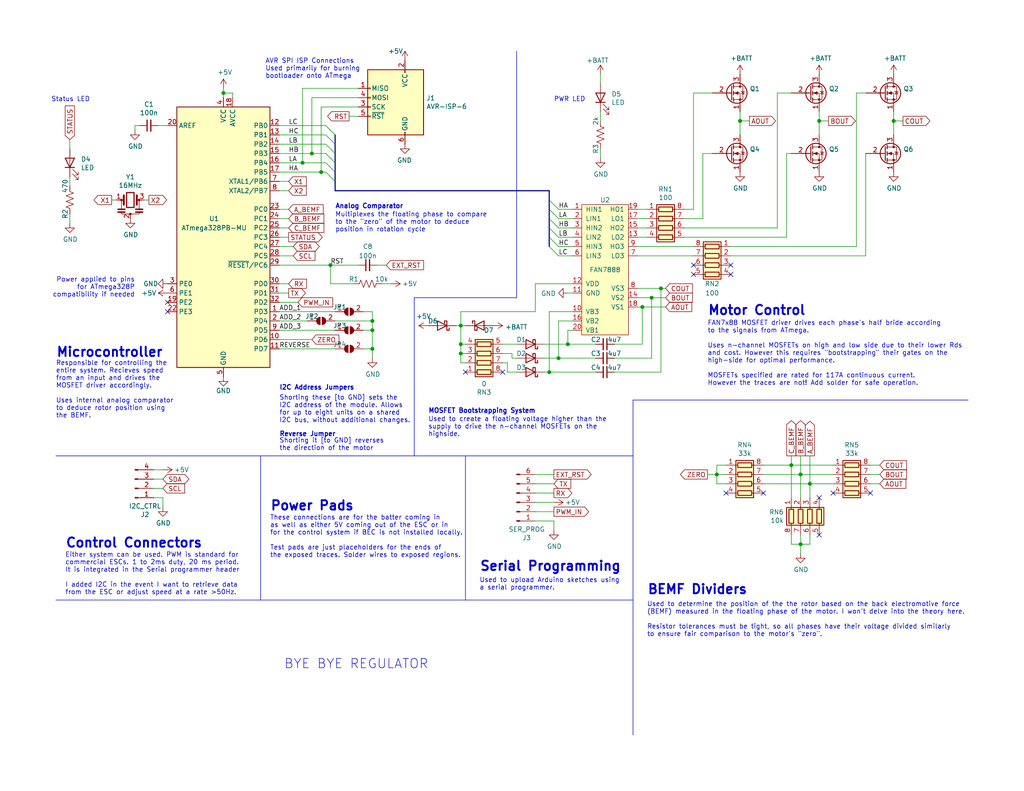
<source format=kicad_sch>
(kicad_sch (version 20230121) (generator eeschema)
  (paper "USLetter")
  (title_block (title "20V 100A BEMF ESC") (date "2020-08-16") (rev "3") (company "Savo Bajic") (comment 2 "System controlled by PWM or I2C") (comment 3 "Designed for input between 10V and 20V, up to 100A") (comment 4 "Arduino Based BEMF Electric Speed Controller for a Brushless Motor"))
  (lib_symbols
    (symbol "Connector:AVR-ISP-6" (pin_names (offset 1.016))
      (property "Reference" "J" (at -6.35 11.43 0))
      (property "Value" "AVR-ISP-6" (at 0 11.43 0))
      (symbol "AVR-ISP-6_0_1"
        (rectangle (start -2.667 -6.858) (end -2.413 -7.62))
        (rectangle (start -2.667 10.16) (end -2.413 9.398))
        (rectangle (start 7.62 -2.413) (end 6.858 -2.667))
        (rectangle (start 7.62 0.127) (end 6.858 -0.127))
        (rectangle (start 7.62 2.667) (end 6.858 2.413))
        (rectangle (start 7.62 5.207) (end 6.858 4.953))
        (rectangle (start 7.62 10.16) (end -7.62 -7.62) (stroke (width 0.254)) (fill (type background)))
      )
      (symbol "AVR-ISP-6_1_1"
        (pin passive line (at 10.16 5.08 180) (length 2.54) (name "MISO") (number "1"))
        (pin passive line (at -2.54 12.7 270) (length 2.54) (name "VCC") (number "2"))
        (pin passive line (at 10.16 0 180) (length 2.54) (name "SCK") (number "3"))
        (pin passive line (at 10.16 2.54 180) (length 2.54) (name "MOSI") (number "4"))
        (pin passive line (at 10.16 -2.54 180) (length 2.54) (name "~{RST}") (number "5"))
        (pin passive line (at -2.54 -10.16 90) (length 2.54) (name "GND") (number "6"))
      )
    )
    (symbol "Connector:Conn_01x04_Pin" (pin_names (offset 1.016) hide)
      (property "Reference" "J" (at 0 5.08 0))
      (property "Value" "Conn_01x04_Pin" (at 0 -7.62 0))
      (symbol "Conn_01x04_Pin_1_1"
        (polyline (pts (xy 1.27 -5.08) (xy 0.8636 -5.08)) (stroke (width 0.1524)))
        (polyline (pts (xy 1.27 -2.54) (xy 0.8636 -2.54)) (stroke (width 0.1524)))
        (polyline (pts (xy 1.27 0) (xy 0.8636 0)) (stroke (width 0.1524)))
        (polyline (pts (xy 1.27 2.54) (xy 0.8636 2.54)) (stroke (width 0.1524)))
        (rectangle (start 0.8636 -4.953) (end 0 -5.207) (stroke (width 0.1524)) (fill (type outline)))
        (rectangle (start 0.8636 -2.413) (end 0 -2.667) (stroke (width 0.1524)) (fill (type outline)))
        (rectangle (start 0.8636 0.127) (end 0 -0.127) (stroke (width 0.1524)) (fill (type outline)))
        (rectangle (start 0.8636 2.667) (end 0 2.413) (stroke (width 0.1524)) (fill (type outline)))
        (pin passive line (at 5.08 2.54 180) (length 3.81) (name "Pin_1") (number "1"))
        (pin passive line (at 5.08 0 180) (length 3.81) (name "Pin_2") (number "2"))
        (pin passive line (at 5.08 -2.54 180) (length 3.81) (name "Pin_3") (number "3"))
        (pin passive line (at 5.08 -5.08 180) (length 3.81) (name "Pin_4") (number "4"))
      )
    )
    (symbol "Connector:Conn_01x06_Pin" (pin_names (offset 1.016) hide)
      (property "Reference" "J" (at 0 7.62 0))
      (property "Value" "Conn_01x06_Pin" (at 0 -10.16 0))
      (symbol "Conn_01x06_Pin_1_1"
        (polyline (pts (xy 1.27 -7.62) (xy 0.8636 -7.62)) (stroke (width 0.1524)))
        (polyline (pts (xy 1.27 -5.08) (xy 0.8636 -5.08)) (stroke (width 0.1524)))
        (polyline (pts (xy 1.27 -2.54) (xy 0.8636 -2.54)) (stroke (width 0.1524)))
        (polyline (pts (xy 1.27 0) (xy 0.8636 0)) (stroke (width 0.1524)))
        (polyline (pts (xy 1.27 2.54) (xy 0.8636 2.54)) (stroke (width 0.1524)))
        (polyline (pts (xy 1.27 5.08) (xy 0.8636 5.08)) (stroke (width 0.1524)))
        (rectangle (start 0.8636 -7.493) (end 0 -7.747) (stroke (width 0.1524)) (fill (type outline)))
        (rectangle (start 0.8636 -4.953) (end 0 -5.207) (stroke (width 0.1524)) (fill (type outline)))
        (rectangle (start 0.8636 -2.413) (end 0 -2.667) (stroke (width 0.1524)) (fill (type outline)))
        (rectangle (start 0.8636 0.127) (end 0 -0.127) (stroke (width 0.1524)) (fill (type outline)))
        (rectangle (start 0.8636 2.667) (end 0 2.413) (stroke (width 0.1524)) (fill (type outline)))
        (rectangle (start 0.8636 5.207) (end 0 4.953) (stroke (width 0.1524)) (fill (type outline)))
        (pin passive line (at 5.08 5.08 180) (length 3.81) (name "Pin_1") (number "1"))
        (pin passive line (at 5.08 2.54 180) (length 3.81) (name "Pin_2") (number "2"))
        (pin passive line (at 5.08 0 180) (length 3.81) (name "Pin_3") (number "3"))
        (pin passive line (at 5.08 -2.54 180) (length 3.81) (name "Pin_4") (number "4"))
        (pin passive line (at 5.08 -5.08 180) (length 3.81) (name "Pin_5") (number "5"))
        (pin passive line (at 5.08 -7.62 180) (length 3.81) (name "Pin_6") (number "6"))
      )
    )
    (symbol "Device:C_Small" (pin_numbers hide) (pin_names (offset 0.254) hide)
      (property "Reference" "C" (at 0.254 1.778 0))
      (property "Value" "C_Small" (at 0.254 -2.032 0))
      (symbol "C_Small_0_1"
        (polyline (pts (xy -1.524 -0.508) (xy 1.524 -0.508)) (stroke (width 0.3302)))
        (polyline (pts (xy -1.524 0.508) (xy 1.524 0.508)) (stroke (width 0.3048)))
      )
      (symbol "C_Small_1_1"
        (pin passive line (at 0 2.54 270) (length 2.032) (name "~") (number "1"))
        (pin passive line (at 0 -2.54 90) (length 2.032) (name "~") (number "2"))
      )
    )
    (symbol "Device:D_Schottky" (pin_numbers hide) (pin_names (offset 1.016) hide)
      (property "Reference" "D" (at 0 2.54 0))
      (property "Value" "D_Schottky" (at 0 -2.54 0))
      (symbol "D_Schottky_0_1"
        (polyline (pts (xy 1.27 0) (xy -1.27 0)))
        (polyline (pts (xy 1.27 1.27) (xy 1.27 -1.27) (xy -1.27 0) (xy 1.27 1.27)) (stroke (width 0.254)))
        (polyline (pts (xy -1.905 0.635) (xy -1.905 1.27) (xy -1.27 1.27) (xy -1.27 -1.27) (xy -0.635 -1.27) (xy -0.635 -0.635)) (stroke (width 0.254)))
      )
      (symbol "D_Schottky_1_1"
        (pin passive line (at -3.81 0 0) (length 2.54) (name "K") (number "1"))
        (pin passive line (at 3.81 0 180) (length 2.54) (name "A") (number "2"))
      )
    )
    (symbol "Device:LED" (pin_numbers hide) (pin_names (offset 1.016) hide)
      (property "Reference" "D" (at 0 2.54 0))
      (property "Value" "LED" (at 0 -2.54 0))
      (symbol "LED_0_1"
        (polyline (pts (xy -1.27 -1.27) (xy -1.27 1.27)) (stroke (width 0.254)))
        (polyline (pts (xy -1.27 0) (xy 1.27 0)))
        (polyline (pts (xy 1.27 -1.27) (xy 1.27 1.27) (xy -1.27 0) (xy 1.27 -1.27)) (stroke (width 0.254)))
        (polyline (pts (xy -3.048 -0.762) (xy -4.572 -2.286) (xy -3.81 -2.286) (xy -4.572 -2.286) (xy -4.572 -1.524)))
        (polyline (pts (xy -1.778 -0.762) (xy -3.302 -2.286) (xy -2.54 -2.286) (xy -3.302 -2.286) (xy -3.302 -1.524)))
      )
      (symbol "LED_1_1"
        (pin passive line (at -3.81 0 0) (length 2.54) (name "K") (number "1"))
        (pin passive line (at 3.81 0 180) (length 2.54) (name "A") (number "2"))
      )
    )
    (symbol "Device:Q_NMOS_SGD" (pin_names (offset 0) hide)
      (property "Reference" "Q" (at 5.08 1.27 0))
      (property "Value" "Q_NMOS_SGD" (at 5.08 -1.27 0))
      (symbol "Q_NMOS_SGD_0_1"
        (polyline (pts (xy 0.254 0) (xy -2.54 0)))
        (polyline (pts (xy 0.254 1.905) (xy 0.254 -1.905)) (stroke (width 0.254)))
        (polyline (pts (xy 0.762 -1.27) (xy 0.762 -2.286)) (stroke (width 0.254)))
        (polyline (pts (xy 0.762 0.508) (xy 0.762 -0.508)) (stroke (width 0.254)))
        (polyline (pts (xy 0.762 2.286) (xy 0.762 1.27)) (stroke (width 0.254)))
        (polyline (pts (xy 2.54 2.54) (xy 2.54 1.778)))
        (polyline (pts (xy 2.54 -2.54) (xy 2.54 0) (xy 0.762 0)))
        (polyline (pts (xy 0.762 -1.778) (xy 3.302 -1.778) (xy 3.302 1.778) (xy 0.762 1.778)))
        (polyline (pts (xy 1.016 0) (xy 2.032 0.381) (xy 2.032 -0.381) (xy 1.016 0)) (fill (type outline)))
        (polyline (pts (xy 2.794 0.508) (xy 2.921 0.381) (xy 3.683 0.381) (xy 3.81 0.254)))
        (polyline (pts (xy 3.302 0.381) (xy 2.921 -0.254) (xy 3.683 -0.254) (xy 3.302 0.381)))
        (circle (center 1.651 0) (radius 2.794) (stroke (width 0.254)))
        (circle (center 2.54 -1.778) (radius 0.254) (fill (type outline)))
        (circle (center 2.54 1.778) (radius 0.254) (fill (type outline)))
      )
      (symbol "Q_NMOS_SGD_1_1"
        (pin passive line (at 2.54 -5.08 90) (length 2.54) (name "S") (number "1"))
        (pin input line (at -5.08 0 0) (length 5.08) (name "G") (number "2"))
        (pin passive line (at 2.54 5.08 270) (length 2.54) (name "D") (number "3"))
      )
    )
    (symbol "Device:R_Pack04" (pin_names (offset 0) hide)
      (property "Reference" "RN" (at -7.62 0 90))
      (property "Value" "R_Pack04" (at 5.08 0 90))
      (symbol "R_Pack04_0_1"
        (rectangle (start -6.35 -2.413) (end 3.81 2.413) (stroke (width 0.254)) (fill (type background)))
        (rectangle (start -5.715 1.905) (end -4.445 -1.905) (stroke (width 0.254)))
        (rectangle (start -3.175 1.905) (end -1.905 -1.905) (stroke (width 0.254)))
        (rectangle (start -0.635 1.905) (end 0.635 -1.905) (stroke (width 0.254)))
        (polyline (pts (xy -5.08 -2.54) (xy -5.08 -1.905)))
        (polyline (pts (xy -5.08 1.905) (xy -5.08 2.54)))
        (polyline (pts (xy -2.54 -2.54) (xy -2.54 -1.905)))
        (polyline (pts (xy -2.54 1.905) (xy -2.54 2.54)))
        (polyline (pts (xy 0 -2.54) (xy 0 -1.905)))
        (polyline (pts (xy 0 1.905) (xy 0 2.54)))
        (polyline (pts (xy 2.54 -2.54) (xy 2.54 -1.905)))
        (polyline (pts (xy 2.54 1.905) (xy 2.54 2.54)))
        (rectangle (start 1.905 1.905) (end 3.175 -1.905) (stroke (width 0.254)))
      )
      (symbol "R_Pack04_1_1"
        (pin passive line (at -5.08 -5.08 90) (length 2.54) (name "R1.1") (number "1"))
        (pin passive line (at -2.54 -5.08 90) (length 2.54) (name "R2.1") (number "2"))
        (pin passive line (at 0 -5.08 90) (length 2.54) (name "R3.1") (number "3"))
        (pin passive line (at 2.54 -5.08 90) (length 2.54) (name "R4.1") (number "4"))
        (pin passive line (at 2.54 5.08 270) (length 2.54) (name "R4.2") (number "5"))
        (pin passive line (at 0 5.08 270) (length 2.54) (name "R3.2") (number "6"))
        (pin passive line (at -2.54 5.08 270) (length 2.54) (name "R2.2") (number "7"))
        (pin passive line (at -5.08 5.08 270) (length 2.54) (name "R1.2") (number "8"))
      )
    )
    (symbol "Device:R_US" (pin_numbers hide) (pin_names (offset 0))
      (property "Reference" "R" (at 2.54 0 90))
      (property "Value" "R_US" (at -2.54 0 90))
      (symbol "R_US_0_1"
        (polyline (pts (xy 0 -2.286) (xy 0 -2.54)))
        (polyline (pts (xy 0 2.286) (xy 0 2.54)))
        (polyline (pts (xy 0 -0.762) (xy 1.016 -1.143) (xy 0 -1.524) (xy -1.016 -1.905) (xy 0 -2.286)))
        (polyline (pts (xy 0 0.762) (xy 1.016 0.381) (xy 0 0) (xy -1.016 -0.381) (xy 0 -0.762)))
        (polyline (pts (xy 0 2.286) (xy 1.016 1.905) (xy 0 1.524) (xy -1.016 1.143) (xy 0 0.762)))
      )
      (symbol "R_US_1_1"
        (pin passive line (at 0 3.81 270) (length 1.27) (name "~") (number "1"))
        (pin passive line (at 0 -3.81 90) (length 1.27) (name "~") (number "2"))
      )
    )
    (symbol "Device:Resonator" (pin_names (offset 1.016) hide)
      (property "Reference" "Y" (at 0 5.715 0))
      (property "Value" "Resonator" (at 0 3.81 0))
      (symbol "Resonator_0_1"
        (rectangle (start -3.429 -3.175) (end -1.397 -3.429) (fill (type outline)))
        (rectangle (start -3.429 -2.413) (end -1.397 -2.667) (fill (type outline)))
        (circle (center -2.413 0) (radius 0.254) (fill (type outline)))
        (rectangle (start -1.016 2.032) (end 1.016 -2.032) (stroke (width 0.3048)))
        (circle (center 0 -3.81) (radius 0.254) (fill (type outline)))
        (polyline (pts (xy -2.413 -2.413) (xy -2.413 0)))
        (polyline (pts (xy -1.905 0) (xy -3.175 0)))
        (polyline (pts (xy -1.778 -1.27) (xy -1.778 1.27)) (stroke (width 0.508)))
        (polyline (pts (xy 1.778 -1.27) (xy 1.778 1.27)) (stroke (width 0.508)))
        (polyline (pts (xy 1.905 0) (xy 2.54 0)))
        (polyline (pts (xy 2.413 0) (xy 2.413 -2.54)))
        (polyline (pts (xy 2.413 -3.302) (xy 2.413 -3.81) (xy -2.413 -3.81) (xy -2.413 -3.302)))
        (rectangle (start 1.397 -3.175) (end 3.429 -3.429) (fill (type outline)))
        (rectangle (start 1.397 -2.413) (end 3.429 -2.667) (fill (type outline)))
        (circle (center 2.413 0) (radius 0.254) (fill (type outline)))
      )
      (symbol "Resonator_1_1"
        (pin passive line (at -3.81 0 0) (length 1.27) (name "1") (number "1"))
        (pin passive line (at 0 -5.08 90) (length 1.27) (name "2") (number "2"))
        (pin passive line (at 3.81 0 180) (length 1.27) (name "3") (number "3"))
      )
    )
    (symbol "Jumper:SolderJumper_2_Open" (pin_names (offset 0) hide)
      (property "Reference" "JP" (at 0 2.032 0))
      (property "Value" "SolderJumper_2_Open" (at 0 -2.54 0))
      (symbol "SolderJumper_2_Open_0_1"
        (arc (start -0.254 1.016) (mid -1.2656 0) (end -0.254 -1.016))
        (arc (start -0.254 1.016) (mid -1.2656 0) (end -0.254 -1.016) (fill (type outline)))
        (polyline (pts (xy -0.254 1.016) (xy -0.254 -1.016)))
        (polyline (pts (xy 0.254 1.016) (xy 0.254 -1.016)))
        (arc (start 0.254 -1.016) (mid 1.2656 0) (end 0.254 1.016))
        (arc (start 0.254 -1.016) (mid 1.2656 0) (end 0.254 1.016) (fill (type outline)))
      )
      (symbol "SolderJumper_2_Open_1_1"
        (pin passive line (at -3.81 0 0) (length 2.54) (name "A") (number "1"))
        (pin passive line (at 3.81 0 180) (length 2.54) (name "B") (number "2"))
      )
    )
    (symbol "MCU_Microchip_ATmega:ATmega328PB-M"
      (property "Reference" "U" (at -12.7 36.83 0))
      (property "Value" "ATmega328PB-M" (at 2.54 -36.83 0))
      (symbol "ATmega328PB-M_0_1"
        (rectangle (start -12.7 -35.56) (end 12.7 35.56) (stroke (width 0.254)) (fill (type background)))
      )
      (symbol "ATmega328PB-M_1_1"
        (pin bidirectional line (at 15.24 -20.32 180) (length 2.54) (name "PD3") (number "1"))
        (pin bidirectional line (at 15.24 -27.94 180) (length 2.54) (name "PD6") (number "10"))
        (pin bidirectional line (at 15.24 -30.48 180) (length 2.54) (name "PD7") (number "11"))
        (pin bidirectional line (at 15.24 30.48 180) (length 2.54) (name "PB0") (number "12"))
        (pin bidirectional line (at 15.24 27.94 180) (length 2.54) (name "PB1") (number "13"))
        (pin bidirectional line (at 15.24 25.4 180) (length 2.54) (name "PB2") (number "14"))
        (pin bidirectional line (at 15.24 22.86 180) (length 2.54) (name "PB3") (number "15"))
        (pin bidirectional line (at 15.24 20.32 180) (length 2.54) (name "PB4") (number "16"))
        (pin bidirectional line (at 15.24 17.78 180) (length 2.54) (name "PB5") (number "17"))
        (pin power_in line (at 2.54 38.1 270) (length 2.54) (name "AVCC") (number "18"))
        (pin bidirectional line (at -15.24 -17.78 0) (length 2.54) (name "PE2") (number "19"))
        (pin bidirectional line (at 15.24 -22.86 180) (length 2.54) (name "PD4") (number "2"))
        (pin passive line (at -15.24 30.48 0) (length 2.54) (name "AREF") (number "20"))
        (pin passive line (at 0 -38.1 90) (length 2.54) hide (name "GND") (number "21"))
        (pin bidirectional line (at -15.24 -20.32 0) (length 2.54) (name "PE3") (number "22"))
        (pin bidirectional line (at 15.24 7.62 180) (length 2.54) (name "PC0") (number "23"))
        (pin bidirectional line (at 15.24 5.08 180) (length 2.54) (name "PC1") (number "24"))
        (pin bidirectional line (at 15.24 2.54 180) (length 2.54) (name "PC2") (number "25"))
        (pin bidirectional line (at 15.24 0 180) (length 2.54) (name "PC3") (number "26"))
        (pin bidirectional line (at 15.24 -2.54 180) (length 2.54) (name "PC4") (number "27"))
        (pin bidirectional line (at 15.24 -5.08 180) (length 2.54) (name "PC5") (number "28"))
        (pin bidirectional line (at 15.24 -7.62 180) (length 2.54) (name "~{RESET}/PC6") (number "29"))
        (pin bidirectional line (at -15.24 -12.7 0) (length 2.54) (name "PE0") (number "3"))
        (pin bidirectional line (at 15.24 -12.7 180) (length 2.54) (name "PD0") (number "30"))
        (pin bidirectional line (at 15.24 -15.24 180) (length 2.54) (name "PD1") (number "31"))
        (pin bidirectional line (at 15.24 -17.78 180) (length 2.54) (name "PD2") (number "32"))
        (pin passive line (at 0 -38.1 90) (length 2.54) hide (name "GND") (number "33"))
        (pin power_in line (at 0 38.1 270) (length 2.54) (name "VCC") (number "4"))
        (pin power_in line (at 0 -38.1 90) (length 2.54) (name "GND") (number "5"))
        (pin bidirectional line (at -15.24 -15.24 0) (length 2.54) (name "PE1") (number "6"))
        (pin bidirectional line (at 15.24 15.24 180) (length 2.54) (name "XTAL1/PB6") (number "7"))
        (pin bidirectional line (at 15.24 12.7 180) (length 2.54) (name "XTAL2/PB7") (number "8"))
        (pin bidirectional line (at 15.24 -25.4 180) (length 2.54) (name "PD5") (number "9"))
      )
    )
    (symbol "esc_parts:FAN7888" (pin_names (offset 1.016))
      (property "Reference" "U2" (at 0 19.05 0))
      (property "Value" "FAN7888" (at 0 0 0))
      (symbol "FAN7888_0_1"
        (rectangle (start -6.35 17.78) (end 6.35 -17.78) (fill (type background)))
      )
      (symbol "FAN7888_1_1"
        (pin input line (at -8.89 16.51 0) (length 2.54) (name "HIN1") (number "1"))
        (pin passive line (at -8.89 -11.43 0) (length 2.54) (name "VB3") (number "10"))
        (pin power_in line (at -8.89 -6.35 0) (length 2.54) (name "GND") (number "11"))
        (pin power_in line (at -8.89 -3.81 0) (length 2.54) (name "VDD") (number "12"))
        (pin output line (at 8.89 8.89 180) (length 2.54) (name "LO2") (number "13"))
        (pin passive line (at 8.89 -7.62 180) (length 2.54) (name "VS2") (number "14"))
        (pin output line (at 8.89 11.43 180) (length 2.54) (name "HO2") (number "15"))
        (pin passive line (at -8.89 -13.97 0) (length 2.54) (name "VB2") (number "16"))
        (pin output line (at 8.89 13.97 180) (length 2.54) (name "LO1") (number "17"))
        (pin passive line (at 8.89 -10.16 180) (length 2.54) (name "VS1") (number "18"))
        (pin output line (at 8.89 16.51 180) (length 2.54) (name "HO1") (number "19"))
        (pin input line (at -8.89 13.97 0) (length 2.54) (name "LIN1") (number "2"))
        (pin passive line (at -8.89 -16.51 0) (length 2.54) (name "VB1") (number "20"))
        (pin input line (at -8.89 11.43 0) (length 2.54) (name "HIN2") (number "3"))
        (pin input line (at -8.89 8.89 0) (length 2.54) (name "LIN2") (number "4"))
        (pin input line (at -8.89 6.35 0) (length 2.54) (name "HIN3") (number "5"))
        (pin input line (at -8.89 3.81 0) (length 2.54) (name "LIN3") (number "6"))
        (pin output line (at 8.89 3.81 180) (length 2.54) (name "LO3") (number "7"))
        (pin passive line (at 8.89 -5.08 180) (length 2.54) (name "VS3") (number "8"))
        (pin output line (at 8.89 6.35 180) (length 2.54) (name "HO3") (number "9"))
      )
    )
    (symbol "power:+5V" (power) (pin_names (offset 0))
      (property "Value" "+5V" (at 0 3.556 0))
      (symbol "+5V_0_1"
        (polyline (pts (xy -0.762 1.27) (xy 0 2.54)))
        (polyline (pts (xy 0 0) (xy 0 2.54)))
        (polyline (pts (xy 0 2.54) (xy 0.762 1.27)))
      )
      (symbol "+5V_1_1"
        (pin power_in line (at 0 0 90) (length 0) hide (name "+5V") (number "1"))
      )
    )
    (symbol "power:+BATT" (power) (pin_names (offset 0))
      (property "Value" "+BATT" (at 0 3.556 0))
      (symbol "+BATT_0_1"
        (polyline (pts (xy -0.762 1.27) (xy 0 2.54)))
        (polyline (pts (xy 0 0) (xy 0 2.54)))
        (polyline (pts (xy 0 2.54) (xy 0.762 1.27)))
      )
      (symbol "+BATT_1_1"
        (pin power_in line (at 0 0 90) (length 0) hide (name "+BATT") (number "1"))
      )
    )
    (symbol "power:GND" (power) (pin_names (offset 0))
      (property "Value" "GND" (at 0 -3.81 0))
      (symbol "GND_0_1"
        (polyline (pts (xy 0 0) (xy 0 -1.27) (xy 1.27 -1.27) (xy 0 -2.54) (xy -1.27 -1.27) (xy 0 -1.27)))
      )
      (symbol "GND_1_1"
        (pin power_in line (at 0 0 270) (length 0) hide (name "GND") (number "1"))
      )
    )
  )
  (junction (at 82.55 44.45))
  (junction (at 101.6 90.17))
  (junction (at 125.73 93.98))
  (junction (at 201.93 33.02))
  (junction (at 154.94 93.98))
  (junction (at 177.8 81.28))
  (junction (at 223.52 33.02))
  (junction (at 175.26 83.82))
  (junction (at 90.17 72.39))
  (junction (at 60.96 25.4))
  (junction (at 180.34 78.74))
  (junction (at 125.73 96.52))
  (junction (at 101.6 95.25))
  (junction (at 215.9 127))
  (junction (at 85.09 41.91))
  (junction (at 243.84 33.02))
  (junction (at 195.58 129.54))
  (junction (at 87.63 46.99))
  (junction (at 152.4 97.79))
  (junction (at 218.44 148.59))
  (junction (at 218.44 129.54))
  (junction (at 101.6 87.63))
  (junction (at 125.73 88.9))
  (junction (at 220.98 132.08))
  (junction (at 149.86 101.6))
  (no_connect (at 189.23 74.93))
  (no_connect (at 223.52 135.89))
  (no_connect (at 45.72 85.09))
  (no_connect (at 198.12 134.62))
  (no_connect (at 227.33 134.62))
  (no_connect (at 127 101.6))
  (no_connect (at 137.16 101.6))
  (no_connect (at 237.49 134.62))
  (no_connect (at 208.28 134.62))
  (no_connect (at 223.52 146.05))
  (no_connect (at 199.39 72.39))
  (no_connect (at 45.72 82.55))
  (no_connect (at 189.23 72.39))
  (no_connect (at 199.39 74.93))
  (bus_entry (at 88.9 46.99) (size 2.54 2.54))
  (bus_entry (at 149.86 62.23) (size 2.54 2.54))
  (bus_entry (at 149.86 54.61) (size 2.54 2.54))
  (bus_entry (at 88.9 34.29) (size 2.54 2.54))
  (bus_entry (at 149.86 64.77) (size 2.54 2.54))
  (bus_entry (at 88.9 41.91) (size 2.54 2.54))
  (bus_entry (at 88.9 36.83) (size 2.54 2.54))
  (bus_entry (at 88.9 44.45) (size 2.54 2.54))
  (bus_entry (at 149.86 59.69) (size 2.54 2.54))
  (bus_entry (at 88.9 39.37) (size 2.54 2.54))
  (bus_entry (at 149.86 67.31) (size 2.54 2.54))
  (bus_entry (at 149.86 57.15) (size 2.54 2.54))
  (wire (pts (xy 19.05 50.8) (xy 19.05 48.26)))
  (wire (pts (xy 208.28 127) (xy 215.9 127)))
  (wire (pts (xy 223.52 33.02) (xy 223.52 36.83)))
  (wire (pts (xy 90.17 77.47) (xy 96.52 77.47)))
  (bus (pts (xy 149.86 52.07) (xy 149.86 54.61)))
  (wire (pts (xy 60.96 24.13) (xy 60.96 25.4)))
  (wire (pts (xy 125.73 93.98) (xy 125.73 88.9)))
  (wire (pts (xy 76.2 85.09) (xy 91.44 85.09)))
  (bus (pts (xy 91.44 44.45) (xy 91.44 46.99)))
  (wire (pts (xy 214.63 64.77) (xy 186.69 64.77)))
  (wire (pts (xy 177.8 81.28) (xy 177.8 97.79)))
  (wire (pts (xy 76.2 69.85) (xy 80.01 69.85)))
  (wire (pts (xy 236.22 69.85) (xy 199.39 69.85)))
  (wire (pts (xy 218.44 124.46) (xy 218.44 129.54)))
  (wire (pts (xy 87.63 46.99) (xy 88.9 46.99)))
  (wire (pts (xy 173.99 67.31) (xy 189.23 67.31)))
  (wire (pts (xy 76.2 82.55) (xy 81.28 82.55)))
  (wire (pts (xy 99.06 90.17) (xy 101.6 90.17)))
  (wire (pts (xy 99.06 95.25) (xy 101.6 95.25)))
  (wire (pts (xy 146.05 129.54) (xy 151.13 129.54)))
  (wire (pts (xy 167.64 101.6) (xy 180.34 101.6)))
  (wire (pts (xy 237.49 129.54) (xy 240.03 129.54)))
  (wire (pts (xy 146.05 134.62) (xy 151.13 134.62)))
  (wire (pts (xy 215.9 148.59) (xy 218.44 148.59)))
  (bus (pts (xy 149.86 64.77) (xy 149.86 67.31)))
  (bus (pts (xy 149.86 59.69) (xy 149.86 62.23)))
  (wire (pts (xy 181.61 78.74) (xy 180.34 78.74)))
  (wire (pts (xy 125.73 96.52) (xy 125.73 99.06)))
  (wire (pts (xy 90.17 77.47) (xy 90.17 72.39)))
  (wire (pts (xy 181.61 83.82) (xy 175.26 83.82)))
  (wire (pts (xy 189.23 69.85) (xy 173.99 69.85)))
  (polyline (pts (xy 140.97 81.28) (xy 140.97 13.97)))
  (wire (pts (xy 177.8 97.79) (xy 167.64 97.79)))
  (bus (pts (xy 91.44 39.37) (xy 91.44 41.91)))
  (wire (pts (xy 198.12 132.08) (xy 195.58 132.08)))
  (wire (pts (xy 76.2 95.25) (xy 91.44 95.25)))
  (wire (pts (xy 152.4 87.63) (xy 156.21 87.63)))
  (wire (pts (xy 236.22 41.91) (xy 236.22 69.85)))
  (wire (pts (xy 201.93 30.48) (xy 201.93 33.02)))
  (wire (pts (xy 60.96 25.4) (xy 60.96 26.67)))
  (wire (pts (xy 218.44 146.05) (xy 218.44 148.59)))
  (wire (pts (xy 63.5 25.4) (xy 63.5 26.67)))
  (wire (pts (xy 125.73 93.98) (xy 127 93.98)))
  (wire (pts (xy 138.43 101.6) (xy 140.97 101.6)))
  (wire (pts (xy 101.6 90.17) (xy 101.6 95.25)))
  (wire (pts (xy 76.2 49.53) (xy 78.74 49.53)))
  (wire (pts (xy 163.83 40.64) (xy 163.83 43.18)))
  (wire (pts (xy 186.69 62.23) (xy 212.09 62.23)))
  (wire (pts (xy 105.41 72.39) (xy 102.87 72.39)))
  (wire (pts (xy 195.58 129.54) (xy 195.58 127)))
  (polyline (pts (xy 113.03 81.28) (xy 113.03 124.46)))
  (wire (pts (xy 85.09 41.91) (xy 88.9 41.91)))
  (bus (pts (xy 149.86 62.23) (xy 149.86 64.77)))
  (wire (pts (xy 226.06 33.02) (xy 223.52 33.02)))
  (wire (pts (xy 146.05 77.47) (xy 156.21 77.47)))
  (wire (pts (xy 215.9 127) (xy 227.33 127)))
  (bus (pts (xy 149.86 54.61) (xy 149.86 57.15)))
  (wire (pts (xy 137.16 99.06) (xy 138.43 99.06)))
  (wire (pts (xy 30.48 54.61) (xy 31.75 54.61)))
  (wire (pts (xy 60.96 25.4) (xy 63.5 25.4)))
  (wire (pts (xy 78.74 62.23) (xy 76.2 62.23)))
  (wire (pts (xy 104.14 77.47) (xy 106.68 77.47)))
  (wire (pts (xy 91.44 87.63) (xy 101.6 87.63)))
  (wire (pts (xy 149.86 101.6) (xy 162.56 101.6)))
  (wire (pts (xy 99.06 85.09) (xy 101.6 85.09)))
  (wire (pts (xy 76.2 64.77) (xy 78.74 64.77)))
  (bus (pts (xy 91.44 49.53) (xy 91.44 52.07)))
  (wire (pts (xy 138.43 99.06) (xy 138.43 101.6)))
  (wire (pts (xy 215.9 146.05) (xy 215.9 148.59)))
  (wire (pts (xy 220.98 132.08) (xy 220.98 135.89)))
  (wire (pts (xy 198.12 129.54) (xy 195.58 129.54)))
  (wire (pts (xy 215.9 41.91) (xy 214.63 41.91)))
  (wire (pts (xy 137.16 93.98) (xy 140.97 93.98)))
  (wire (pts (xy 237.49 127) (xy 240.03 127)))
  (wire (pts (xy 76.2 92.71) (xy 85.09 92.71)))
  (wire (pts (xy 39.37 54.61) (xy 40.64 54.61)))
  (wire (pts (xy 215.9 124.46) (xy 215.9 127)))
  (wire (pts (xy 152.4 67.31) (xy 156.21 67.31)))
  (wire (pts (xy 152.4 97.79) (xy 162.56 97.79)))
  (wire (pts (xy 36.83 34.29) (xy 38.1 34.29)))
  (wire (pts (xy 125.73 93.98) (xy 125.73 96.52)))
  (wire (pts (xy 148.59 101.6) (xy 149.86 101.6)))
  (bus (pts (xy 91.44 36.83) (xy 91.44 39.37)))
  (wire (pts (xy 148.59 97.79) (xy 152.4 97.79)))
  (polyline (pts (xy 127 124.46) (xy 127 163.83)))
  (wire (pts (xy 101.6 87.63) (xy 101.6 90.17)))
  (wire (pts (xy 223.52 30.48) (xy 223.52 33.02)))
  (wire (pts (xy 19.05 38.1) (xy 19.05 40.64)))
  (wire (pts (xy 139.7 96.52) (xy 137.16 96.52)))
  (wire (pts (xy 204.47 33.02) (xy 201.93 33.02)))
  (wire (pts (xy 237.49 132.08) (xy 240.03 132.08)))
  (wire (pts (xy 87.63 29.21) (xy 87.63 46.99)))
  (wire (pts (xy 218.44 148.59) (xy 220.98 148.59)))
  (wire (pts (xy 176.53 59.69) (xy 173.99 59.69)))
  (wire (pts (xy 208.28 132.08) (xy 220.98 132.08)))
  (wire (pts (xy 246.38 33.02) (xy 243.84 33.02)))
  (wire (pts (xy 78.74 52.07) (xy 76.2 52.07)))
  (wire (pts (xy 220.98 124.46) (xy 220.98 132.08)))
  (wire (pts (xy 154.94 90.17) (xy 154.94 93.98)))
  (wire (pts (xy 173.99 62.23) (xy 176.53 62.23)))
  (wire (pts (xy 78.74 57.15) (xy 76.2 57.15)))
  (wire (pts (xy 154.94 93.98) (xy 162.56 93.98)))
  (polyline (pts (xy 15.24 124.46) (xy 172.72 124.46)))
  (wire (pts (xy 36.83 35.56) (xy 36.83 34.29)))
  (wire (pts (xy 85.09 26.67) (xy 97.79 26.67)))
  (wire (pts (xy 220.98 132.08) (xy 227.33 132.08)))
  (wire (pts (xy 127 96.52) (xy 125.73 96.52)))
  (polyline (pts (xy 172.72 109.22) (xy 172.72 200.66)))
  (wire (pts (xy 146.05 85.09) (xy 125.73 85.09)))
  (wire (pts (xy 76.2 67.31) (xy 80.01 67.31)))
  (polyline (pts (xy 15.24 163.83) (xy 172.72 163.83)))
  (wire (pts (xy 76.2 41.91) (xy 85.09 41.91)))
  (wire (pts (xy 189.23 57.15) (xy 189.23 25.4)))
  (wire (pts (xy 146.05 77.47) (xy 146.05 85.09)))
  (wire (pts (xy 85.09 41.91) (xy 85.09 26.67)))
  (wire (pts (xy 44.45 133.35) (xy 41.91 133.35)))
  (wire (pts (xy 76.2 59.69) (xy 78.74 59.69)))
  (wire (pts (xy 173.99 64.77) (xy 176.53 64.77)))
  (polyline (pts (xy 113.03 81.28) (xy 140.97 81.28)))
  (wire (pts (xy 156.21 80.01) (xy 154.94 80.01)))
  (wire (pts (xy 152.4 64.77) (xy 156.21 64.77)))
  (wire (pts (xy 78.74 77.47) (xy 76.2 77.47)))
  (wire (pts (xy 180.34 78.74) (xy 173.99 78.74)))
  (wire (pts (xy 82.55 44.45) (xy 82.55 24.13)))
  (wire (pts (xy 218.44 151.13) (xy 218.44 148.59)))
  (wire (pts (xy 151.13 139.7) (xy 146.05 139.7)))
  (wire (pts (xy 151.13 142.24) (xy 151.13 144.78)))
  (wire (pts (xy 156.21 69.85) (xy 152.4 69.85)))
  (wire (pts (xy 82.55 44.45) (xy 88.9 44.45)))
  (wire (pts (xy 127 99.06) (xy 125.73 99.06)))
  (bus (pts (xy 91.44 41.91) (xy 91.44 44.45)))
  (polyline (pts (xy 71.12 124.46) (xy 71.12 163.83)))
  (wire (pts (xy 76.2 80.01) (xy 78.74 80.01)))
  (wire (pts (xy 43.18 34.29) (xy 45.72 34.29)))
  (wire (pts (xy 76.2 72.39) (xy 90.17 72.39)))
  (wire (pts (xy 193.04 129.54) (xy 195.58 129.54)))
  (wire (pts (xy 140.97 97.79) (xy 139.7 97.79)))
  (wire (pts (xy 194.31 41.91) (xy 191.77 41.91)))
  (wire (pts (xy 41.91 128.27) (xy 44.45 128.27)))
  (wire (pts (xy 125.73 88.9) (xy 124.46 88.9)))
  (wire (pts (xy 156.21 62.23) (xy 152.4 62.23)))
  (wire (pts (xy 87.63 29.21) (xy 97.79 29.21)))
  (wire (pts (xy 154.94 90.17) (xy 156.21 90.17)))
  (wire (pts (xy 227.33 129.54) (xy 218.44 129.54)))
  (wire (pts (xy 180.34 101.6) (xy 180.34 78.74)))
  (wire (pts (xy 149.86 85.09) (xy 156.21 85.09)))
  (wire (pts (xy 44.45 135.89) (xy 44.45 138.43)))
  (wire (pts (xy 233.68 25.4) (xy 236.22 25.4)))
  (wire (pts (xy 146.05 142.24) (xy 151.13 142.24)))
  (wire (pts (xy 199.39 67.31) (xy 233.68 67.31)))
  (wire (pts (xy 125.73 85.09) (xy 125.73 88.9)))
  (wire (pts (xy 167.64 93.98) (xy 175.26 93.98)))
  (wire (pts (xy 173.99 81.28) (xy 177.8 81.28)))
  (polyline (pts (xy 172.72 109.22) (xy 264.16 109.22)))
  (wire (pts (xy 149.86 85.09) (xy 149.86 101.6)))
  (wire (pts (xy 146.05 132.08) (xy 151.13 132.08)))
  (wire (pts (xy 233.68 67.31) (xy 233.68 25.4)))
  (wire (pts (xy 195.58 132.08) (xy 195.58 129.54)))
  (wire (pts (xy 163.83 30.48) (xy 163.83 33.02)))
  (wire (pts (xy 19.05 60.96) (xy 19.05 58.42)))
  (bus (pts (xy 91.44 52.07) (xy 149.86 52.07)))
  (wire (pts (xy 76.2 44.45) (xy 82.55 44.45)))
  (wire (pts (xy 82.55 24.13) (xy 97.79 24.13)))
  (wire (pts (xy 186.69 57.15) (xy 189.23 57.15)))
  (wire (pts (xy 76.2 87.63) (xy 83.82 87.63)))
  (wire (pts (xy 101.6 95.25) (xy 101.6 97.79)))
  (wire (pts (xy 215.9 135.89) (xy 215.9 127)))
  (wire (pts (xy 152.4 59.69) (xy 156.21 59.69)))
  (wire (pts (xy 191.77 59.69) (xy 186.69 59.69)))
  (wire (pts (xy 243.84 33.02) (xy 243.84 36.83)))
  (wire (pts (xy 175.26 93.98) (xy 175.26 83.82)))
  (wire (pts (xy 191.77 41.91) (xy 191.77 59.69)))
  (wire (pts (xy 41.91 130.81) (xy 44.45 130.81)))
  (wire (pts (xy 189.23 25.4) (xy 194.31 25.4)))
  (wire (pts (xy 148.59 93.98) (xy 154.94 93.98)))
  (wire (pts (xy 76.2 46.99) (xy 87.63 46.99)))
  (wire (pts (xy 212.09 62.23) (xy 212.09 25.4)))
  (wire (pts (xy 97.79 31.75) (xy 95.25 31.75)))
  (wire (pts (xy 214.63 41.91) (xy 214.63 64.77)))
  (wire (pts (xy 218.44 129.54) (xy 218.44 135.89)))
  (wire (pts (xy 220.98 148.59) (xy 220.98 146.05)))
  (wire (pts (xy 212.09 25.4) (xy 215.9 25.4)))
  (wire (pts (xy 195.58 127) (xy 198.12 127)))
  (wire (pts (xy 76.2 36.83) (xy 88.9 36.83)))
  (wire (pts (xy 76.2 39.37) (xy 88.9 39.37)))
  (bus (pts (xy 149.86 57.15) (xy 149.86 59.69)))
  (wire (pts (xy 139.7 97.79) (xy 139.7 96.52)))
  (wire (pts (xy 101.6 85.09) (xy 101.6 87.63)))
  (wire (pts (xy 152.4 87.63) (xy 152.4 97.79)))
  (wire (pts (xy 41.91 135.89) (xy 44.45 135.89)))
  (bus (pts (xy 91.44 46.99) (xy 91.44 49.53)))
  (wire (pts (xy 152.4 57.15) (xy 156.21 57.15)))
  (wire (pts (xy 243.84 30.48) (xy 243.84 33.02)))
  (wire (pts (xy 146.05 137.16) (xy 151.13 137.16)))
  (wire (pts (xy 181.61 81.28) (xy 177.8 81.28)))
  (wire (pts (xy 201.93 33.02) (xy 201.93 36.83)))
  (wire (pts (xy 163.83 22.86) (xy 163.83 20.32)))
  (wire (pts (xy 76.2 34.29) (xy 88.9 34.29)))
  (wire (pts (xy 175.26 83.82) (xy 173.99 83.82)))
  (wire (pts (xy 218.44 129.54) (xy 208.28 129.54)))
  (wire (pts (xy 173.99 57.15) (xy 176.53 57.15)))
  (wire (pts (xy 90.17 72.39) (xy 97.79 72.39)))
  (wire (pts (xy 125.73 88.9) (xy 127 88.9)))
  (wire (pts (xy 76.2 90.17) (xy 91.44 90.17)))
  (text "Power Pads" (at 73.66 139.7 0) (effects (font (size 2.54 2.54) (thickness 0.508) bold) (justify left bottom)))
  (text "Serial Programming" (at 130.81 156.21 0) (effects (font (size 2.54 2.54) (thickness 0.508) bold) (justify left bottom)))
  (text "BYE BYE REGULATOR" (at 77.47 182.88 0) (effects (font (size 2.54 2.54)) (justify left bottom)))
  (text "BEMF Dividers" (at 176.53 162.56 0) (effects (font (size 2.54 2.54) (thickness 0.508) bold) (justify left bottom)))
  (text "PWR LED" (at 151.13 27.94 0) (effects (font (size 1.27 1.27)) (justify left bottom)))
  (text "Analog Comparator" (at 91.44 57.15 0) (effects (font (size 1.27 1.27) (thickness 0.254) bold) (justify left bottom)))
  (text "Used to determine the position of the the rotor based on the back electromotive force\n(BEMF) measured in the floating phase of the motor. I won't delve into the theory here.\n\nResistor tolerances must be tight, so all phases have their voltage divided similarly\nto ensure fair comparison to the motor's \"zero\"." (at 176.53 173.99 0) (effects (font (size 1.27 1.27)) (justify left bottom)))
  (text "Motor Control" (at 193.04 86.36 0) (effects (font (size 2.54 2.54) (thickness 0.508) bold) (justify left bottom)))
  (text "MOSFET Bootstrapping System" (at 116.84 113.03 0) (effects (font (size 1.27 1.27) (thickness 0.254) bold) (justify left bottom)))
  (text "Shorting it [to GND] reverses\nthe direction of the motor" (at 76.2 123.19 0) (effects (font (size 1.27 1.27)) (justify left bottom)))
  (text "Control Connectors" (at 17.78 149.86 0) (effects (font (size 2.54 2.54) (thickness 0.508) bold) (justify left bottom)))
  (text "Shorting these [to GND] sets the\nI2C address of the module. Allows\nfor up to eight units on a shared\nI2C bus, without additional changes." (at 76.2 115.57 0) (effects (font (size 1.27 1.27)) (justify left bottom)))
  (text "Used to upload Arduino sketches using\na serial programmer." (at 130.81 161.29 0) (effects (font (size 1.27 1.27)) (justify left bottom)))
  (text "Status LED" (at 13.97 27.94 0) (effects (font (size 1.27 1.27)) (justify left bottom)))
  (text "Reverse Jumper" (at 76.2 119.38 0) (effects (font (size 1.27 1.27) (thickness 0.254) bold) (justify left bottom)))
  (text "I2C Address Jumpers" (at 76.2 106.68 0) (effects (font (size 1.27 1.27) (thickness 0.254) bold) (justify left bottom)))
  (text "Used to create a floating voltage higher than the\nsupply to drive the n-channel MOSFETs on the\nhighside." (at 116.84 119.38 0) (effects (font (size 1.27 1.27)) (justify left bottom)))
  (text "FAN7x88 MOSFET driver drives each phase's half bride according\nto the signals from ATmega.\n\nUses n-channel MOSFETs on high and low side due to their lower Rds\nand cost. However this requires \"bootstrapping\" their gates on the \nhigh-side for optimal performance.\n\nMOSFETs specified are rated for 117A continuous current.\nHowever the traces are not! Add solder for safe operation." (at 193.04 105.41 0) (effects (font (size 1.27 1.27)) (justify left bottom)))
  (text "AVR SPI ISP Connections\nUsed primarily for burning\nbootloader onto ATmega" (at 72.39 21.59 0) (effects (font (size 1.27 1.27)) (justify left bottom)))
  (text "Microcontroller" (at 15.24 97.79 0) (effects (font (size 2.54 2.54) (thickness 0.508) bold) (justify left bottom)))
  (text "Multiplexes the floating phase to compare\nto the \"zero\" of the motor to deduce\nposition in rotation cycle" (at 91.44 63.5 0) (effects (font (size 1.27 1.27)) (justify left bottom)))
  (text "Either system can be used. PWM is standard for\ncommercial ESCs. 1 to 2ms duty, 20 ms period.\nIt is integrated in the Serial programmer header\n\nI added I2C in the event I want to retrieve data\nfrom the ESC or adjust speed at a rate >50Hz." (at 17.78 162.56 0) (effects (font (size 1.27 1.27)) (justify left bottom)))
  (text "These connections are for the batter coming in\nas well as either 5V coming out of the ESC or in\nfor the control system if BEC is not installed locally.\n\nTest pads are just placeholders for the ends of \nthe exposed traces. Solder wires to exposed regions." (at 73.66 152.4 0) (effects (font (size 1.27 1.27)) (justify left bottom)))
  (text "Power applied to pins\nfor ATmega328P\ncompatibility if needed" (at 36.83 81.28 0) (effects (font (size 1.27 1.27)) (justify right bottom)))
  (text "Responsible for controlling the\nentire system. Recieves speed\nfrom an input and drives the\nMOSFET driver accordingly.\n\nUses internal analog comparator\nto deduce rotor position using\nthe BEMF." (at 15.24 114.3 0) (effects (font (size 1.27 1.27)) (justify left bottom)))
  (label "ADD_1" (at 76.2 85.09 0))
  (label "HB" (at 78.74 41.91 0))
  (label "ADD_3" (at 76.2 90.17 0))
  (label "ADD_2" (at 76.2 87.63 0))
  (label "HC" (at 78.74 36.83 0))
  (label "HA" (at 78.74 46.99 0))
  (label "LA" (at 78.74 44.45 0))
  (label "REVERSE" (at 76.2 95.25 0))
  (label "HC" (at 152.4 67.31 0))
  (label "HA" (at 152.4 57.15 0))
  (label "LC" (at 78.74 34.29 0))
  (label "LC" (at 152.4 69.85 0))
  (label "LB" (at 78.74 39.37 0))
  (label "LA" (at 152.4 59.69 0))
  (label "HB" (at 152.4 62.23 0))
  (label "LB" (at 152.4 64.77 0))
  (label "RST" (at 90.17 72.39 0))
  (global_label "ZERO" (shape output) (at 193.04 129.54 180) (property "Intersheetrefs" "${INTERSHEET_REFS}" (effects hide)))
  (global_label "EXT_RST" (shape output) (at 151.13 129.54 0) (property "Intersheetrefs" "${INTERSHEET_REFS}" (effects hide)))
  (global_label "RX" (shape input) (at 78.74 77.47 0) (property "Intersheetrefs" "${INTERSHEET_REFS}" (effects hide)))
  (global_label "AOUT" (shape input) (at 181.61 83.82 0) (property "Intersheetrefs" "${INTERSHEET_REFS}" (effects hide)))
  (global_label "B_BEMF" (shape input) (at 78.74 59.69 0) (property "Intersheetrefs" "${INTERSHEET_REFS}" (effects hide)))
  (global_label "X1" (shape input) (at 78.74 49.53 0) (property "Intersheetrefs" "${INTERSHEET_REFS}" (effects hide)))
  (global_label "C_BEMF" (shape output) (at 215.9 124.46 90) (property "Intersheetrefs" "${INTERSHEET_REFS}" (effects hide)))
  (global_label "C_BEMF" (shape input) (at 78.74 62.23 0) (property "Intersheetrefs" "${INTERSHEET_REFS}" (effects hide)))
  (global_label "AOUT" (shape input) (at 240.03 132.08 0) (property "Intersheetrefs" "${INTERSHEET_REFS}" (effects hide)))
  (global_label "COUT" (shape input) (at 181.61 78.74 0) (property "Intersheetrefs" "${INTERSHEET_REFS}" (effects hide)))
  (global_label "ZERO" (shape input) (at 85.09 92.71 0) (property "Intersheetrefs" "${INTERSHEET_REFS}" (effects hide)))
  (global_label "COUT" (shape input) (at 240.03 127 0) (property "Intersheetrefs" "${INTERSHEET_REFS}" (effects hide)))
  (global_label "X2" (shape input) (at 78.74 52.07 0) (property "Intersheetrefs" "${INTERSHEET_REFS}" (effects hide)))
  (global_label "BOUT" (shape output) (at 226.06 33.02 0) (property "Intersheetrefs" "${INTERSHEET_REFS}" (effects hide)))
  (global_label "BOUT" (shape input) (at 181.61 81.28 0) (property "Intersheetrefs" "${INTERSHEET_REFS}" (effects hide)))
  (global_label "B_BEMF" (shape output) (at 218.44 124.46 90) (property "Intersheetrefs" "${INTERSHEET_REFS}" (effects hide)))
  (global_label "TX" (shape output) (at 78.74 80.01 0) (property "Intersheetrefs" "${INTERSHEET_REFS}" (effects hide)))
  (global_label "RX" (shape output) (at 151.13 134.62 0) (property "Intersheetrefs" "${INTERSHEET_REFS}" (effects hide)))
  (global_label "X1" (shape output) (at 30.48 54.61 180) (property "Intersheetrefs" "${INTERSHEET_REFS}" (effects hide)))
  (global_label "STATUS" (shape output) (at 78.74 64.77 0) (property "Intersheetrefs" "${INTERSHEET_REFS}" (effects hide)))
  (global_label "TX" (shape input) (at 151.13 132.08 0) (property "Intersheetrefs" "${INTERSHEET_REFS}" (effects hide)))
  (global_label "A_BEMF" (shape input) (at 78.74 57.15 0) (property "Intersheetrefs" "${INTERSHEET_REFS}" (effects hide)))
  (global_label "PWM_IN" (shape output) (at 151.13 139.7 0) (property "Intersheetrefs" "${INTERSHEET_REFS}" (effects hide)))
  (global_label "STATUS" (shape input) (at 19.05 38.1 90) (property "Intersheetrefs" "${INTERSHEET_REFS}" (effects hide)))
  (global_label "RST" (shape output) (at 95.25 31.75 180) (property "Intersheetrefs" "${INTERSHEET_REFS}" (effects hide)))
  (global_label "SCL" (shape input) (at 44.45 133.35 0) (property "Intersheetrefs" "${INTERSHEET_REFS}" (effects hide)))
  (global_label "EXT_RST" (shape input) (at 105.41 72.39 0) (property "Intersheetrefs" "${INTERSHEET_REFS}" (effects hide)))
  (global_label "BOUT" (shape input) (at 240.03 129.54 0) (property "Intersheetrefs" "${INTERSHEET_REFS}" (effects hide)))
  (global_label "SDA" (shape bidirectional) (at 44.45 130.81 0) (property "Intersheetrefs" "${INTERSHEET_REFS}" (effects hide)))
  (global_label "A_BEMF" (shape output) (at 220.98 124.46 90) (property "Intersheetrefs" "${INTERSHEET_REFS}" (effects hide)))
  (global_label "SDA" (shape bidirectional) (at 80.01 67.31 0) (property "Intersheetrefs" "${INTERSHEET_REFS}" (effects hide)))
  (global_label "PWM_IN" (shape input) (at 81.28 82.55 0) (property "Intersheetrefs" "${INTERSHEET_REFS}" (effects hide)))
  (global_label "X2" (shape output) (at 40.64 54.61 0) (property "Intersheetrefs" "${INTERSHEET_REFS}" (effects hide)))
  (global_label "SCL" (shape input) (at 80.01 69.85 0) (property "Intersheetrefs" "${INTERSHEET_REFS}" (effects hide)))
  (global_label "AOUT" (shape output) (at 204.47 33.02 0) (property "Intersheetrefs" "${INTERSHEET_REFS}" (effects hide)))
  (global_label "COUT" (shape output) (at 246.38 33.02 0) (property "Intersheetrefs" "${INTERSHEET_REFS}" (effects hide)))
  (symbol (lib_id "power:GND") (at 60.96 102.87 0) (unit 1)
    (property "Reference" "#PWR015" (effects hide))
    (property "Value" "GND" (at 60.96 106.68 0))
  )
  (symbol (lib_id "Device:Q_NMOS_SGD") (at 199.39 25.4 0) (unit 1)
    (property "Reference" "Q1" (at 204.5716 24.2316 0) (effects (justify left)))
    (property "Value" "Q_NMOS_SGD" (effects hide))
    (property "Footprint" "esc:TPN2R903PLL1Q" (effects hide))
  )
  (symbol (lib_id "Device:Q_NMOS_SGD") (at 199.39 41.91 0) (unit 1)
    (property "Reference" "Q4" (at 204.5716 40.7416 0) (effects (justify left)))
    (property "Value" "Q_NMOS_SGD" (effects hide))
    (property "Footprint" "esc:TPN2R903PLL1Q" (effects hide))
  )
  (symbol (lib_id "power:+5V") (at 60.96 24.13 0) (unit 1)
    (property "Reference" "#PWR04" (effects hide))
    (property "Value" "+5V" (at 61.341 19.7358 0))
  )
  (symbol (lib_id "Device:Resonator") (at 35.56 54.61 0) (unit 1)
    (property "Reference" "Y1" (at 35.56 48.3108 0))
    (property "Value" "16MHz" (at 35.56 50.6222 0))
    (property "Footprint" "Crystal:Resonator_SMD_muRata_CSTxExxV-3Pin_3.0x1.1mm" (effects hide))
  )
  (symbol (lib_id "esc_parts:FAN7888") (at 165.1 73.66 0) (unit 1)
    (property "Reference" "U2" (at 165.1 54.61 0))
    (property "Value" "FAN7888" (at 165.1 73.66 0))
    (property "Footprint" "Package_SO:SOIC-20W_7.5x12.8mm_P1.27mm" (effects hide))
    (property "Datasheet" "https://www.onsemi.com/pdf/datasheet/fan7888-d.pdf" (effects hide))
  )
  (symbol (lib_id "Device:R_Pack04") (at 181.61 62.23 270) (unit 1)
    (property "Reference" "RN1" (at 181.61 51.6382 90))
    (property "Value" "100" (at 181.61 53.9496 90))
    (property "Footprint" "Resistor_SMD:R_Array_Convex_4x0402" (effects hide))
  )
  (symbol (lib_id "Device:R_Pack04") (at 194.31 72.39 90) (mirror x) (unit 1)
    (property "Reference" "RN2" (at 194.31 77.47 90))
    (property "Value" "100" (at 194.31 80.01 90))
    (property "Footprint" "Resistor_SMD:R_Array_Convex_4x0402" (effects hide))
  )
  (symbol (lib_id "Device:R_Pack04") (at 132.08 96.52 270) (mirror x) (unit 1)
    (property "Reference" "RN3" (at 132.08 107.1118 90))
    (property "Value" "0" (at 132.08 104.8004 90))
    (property "Footprint" "Resistor_SMD:R_Array_Convex_4x0402" (effects hide))
  )
  (symbol (lib_id "Device:R_Pack04") (at 203.2 132.08 270) (unit 1)
    (property "Reference" "RN4" (at 203.2 121.4882 90))
    (property "Value" "33k" (at 203.2 123.7996 90))
    (property "Footprint" "Resistor_SMD:R_Array_Convex_4x0402" (effects hide))
  )
  (symbol (lib_id "Device:R_Pack04") (at 232.41 132.08 270) (unit 1)
    (property "Reference" "RN5" (at 232.41 121.4882 90))
    (property "Value" "33k" (at 232.41 123.7996 90))
    (property "Footprint" "Resistor_SMD:R_Array_Convex_4x0402" (effects hide))
  )
  (symbol (lib_id "Device:R_Pack04") (at 220.98 140.97 0) (mirror x) (unit 1)
    (property "Reference" "RN6" (at 213.868 139.8016 0) (effects (justify right)))
    (property "Value" "10k" (at 213.868 142.113 0) (effects (justify right)))
    (property "Footprint" "Resistor_SMD:R_Array_Convex_4x0402" (effects hide))
  )
  (symbol (lib_id "Device:D_Schottky") (at 144.78 93.98 180) (unit 1)
    (property "Reference" "D1" (at 142.24 92.71 0))
    (property "Value" "0v8" (effects hide))
    (property "Footprint" "Diode_SMD:D_SOD-323" (effects hide))
  )
  (symbol (lib_id "Device:D_Schottky") (at 144.78 97.79 180) (unit 1)
    (property "Reference" "D2" (at 142.24 96.52 0))
    (property "Value" "0v8" (effects hide))
    (property "Footprint" "Diode_SMD:D_SOD-323" (effects hide))
  )
  (symbol (lib_id "Device:D_Schottky") (at 144.78 101.6 180) (unit 1)
    (property "Reference" "D3" (at 142.24 100.33 0))
    (property "Value" "0v8" (effects hide))
    (property "Footprint" "Diode_SMD:D_SOD-323" (effects hide))
  )
  (symbol (lib_id "power:GND") (at 218.44 151.13 0) (unit 1)
    (property "Reference" "#PWR018" (effects hide))
    (property "Value" "GND" (at 218.567 155.5242 0))
  )
  (symbol (lib_id "Device:R_US") (at 100.33 77.47 270) (unit 1)
    (property "Reference" "R1" (at 96.52 76.2 90))
    (property "Value" "10k" (at 104.14 76.2 90))
    (property "Footprint" "Resistor_SMD:R_0402_1005Metric" (effects hide))
  )
  (symbol (lib_id "Device:C_Small") (at 165.1 93.98 270) (unit 1)
    (property "Reference" "C2" (at 162.56 92.71 90))
    (property "Value" "4u7" (at 167.64 92.71 90))
    (property "Footprint" "Capacitor_SMD:C_0805_2012Metric" (effects hide))
  )
  (symbol (lib_id "Device:C_Small") (at 165.1 97.79 270) (unit 1)
    (property "Reference" "C3" (at 162.56 96.52 90))
    (property "Value" "4u7" (at 167.64 96.52 90))
    (property "Footprint" "Capacitor_SMD:C_0805_2012Metric" (effects hide))
  )
  (symbol (lib_id "Device:C_Small") (at 165.1 101.6 270) (unit 1)
    (property "Reference" "C4" (at 162.56 100.33 90))
    (property "Value" "4u7" (at 167.64 100.33 90))
    (property "Footprint" "Capacitor_SMD:C_0805_2012Metric" (effects hide))
  )
  (symbol (lib_id "power:GND") (at 154.94 80.01 270) (unit 1)
    (property "Reference" "#PWR012" (effects hide))
    (property "Value" "GND" (at 151.6888 80.137 90) (effects (justify right)))
  )
  (symbol (lib_id "power:GND") (at 201.93 46.99 0) (unit 1)
    (property "Reference" "#PWR06" (effects hide))
    (property "Value" "GND" (at 202.057 51.3842 0))
  )
  (symbol (lib_id "power:GND") (at 223.52 46.99 0) (unit 1)
    (property "Reference" "#PWR07" (effects hide))
    (property "Value" "GND" (at 223.647 51.3842 0))
  )
  (symbol (lib_id "power:GND") (at 243.84 46.99 0) (unit 1)
    (property "Reference" "#PWR08" (effects hide))
    (property "Value" "GND" (at 243.967 51.3842 0))
  )
  (symbol (lib_id "power:+BATT") (at 201.93 20.32 0) (unit 1)
    (property "Reference" "#PWR01" (effects hide))
    (property "Value" "+BATT" (at 202.311 15.9258 0))
  )
  (symbol (lib_id "power:+BATT") (at 223.52 20.32 0) (unit 1)
    (property "Reference" "#PWR02" (effects hide))
    (property "Value" "+BATT" (at 223.901 15.9258 0))
  )
  (symbol (lib_id "power:+BATT") (at 243.84 20.32 0) (unit 1)
    (property "Reference" "#PWR03" (effects hide))
    (property "Value" "+BATT" (at 244.221 15.9258 0))
  )
  (symbol (lib_id "power:+BATT") (at 134.62 88.9 270) (unit 1)
    (property "Reference" "#PWR014" (effects hide))
    (property "Value" "+BATT" (at 137.8458 89.281 90) (effects (justify left)))
  )
  (symbol (lib_id "Device:Q_NMOS_SGD") (at 220.98 25.4 0) (unit 1)
    (property "Reference" "Q2" (at 226.1616 24.2316 0) (effects (justify left)))
    (property "Value" "Q_NMOS_SGD" (effects hide))
    (property "Footprint" "esc:TPN2R903PLL1Q" (effects hide))
  )
  (symbol (lib_id "Device:Q_NMOS_SGD") (at 220.98 41.91 0) (unit 1)
    (property "Reference" "Q5" (at 226.1616 40.7416 0) (effects (justify left)))
    (property "Value" "Q_NMOS_SGD" (effects hide))
    (property "Footprint" "esc:TPN2R903PLL1Q" (effects hide))
  )
  (symbol (lib_id "Device:Q_NMOS_SGD") (at 241.3 25.4 0) (unit 1)
    (property "Reference" "Q3" (at 246.4816 24.2316 0) (effects (justify left)))
    (property "Value" "Q_NMOS_SGD" (effects hide))
    (property "Footprint" "esc:TPN2R903PLL1Q" (effects hide))
  )
  (symbol (lib_id "Device:Q_NMOS_SGD") (at 241.3 41.91 0) (unit 1)
    (property "Reference" "Q6" (at 246.4816 40.7416 0) (effects (justify left)))
    (property "Value" "Q_NMOS_SGD" (effects hide))
    (property "Footprint" "esc:TPN2R903PLL1Q" (effects hide))
  )
  (symbol (lib_id "Device:C_Small") (at 100.33 72.39 90) (unit 1)
    (property "Reference" "C8" (at 100.33 67.31 90))
    (property "Value" "100n" (at 100.33 69.85 90))
    (property "Footprint" "Capacitor_SMD:C_0402_1005Metric" (effects hide))
  )
  (symbol (lib_id "power:+5V") (at 110.49 16.51 0) (mirror y) (unit 1)
    (property "Reference" "#PWR0109" (effects hide))
    (property "Value" "+5V" (at 107.95 13.97 0))
  )
  (symbol (lib_id "power:GND") (at 110.49 39.37 0) (mirror y) (unit 1)
    (property "Reference" "#PWR0110" (effects hide))
    (property "Value" "GND" (at 110.363 43.7642 0))
  )
  (symbol (lib_id "power:GND") (at 44.45 138.43 0) (unit 1)
    (property "Reference" "#PWR0101" (effects hide))
    (property "Value" "GND" (at 44.577 142.8242 0))
  )
  (symbol (lib_id "Jumper:SolderJumper_2_Open") (at 95.25 95.25 0) (unit 1)
    (property "Reference" "JP4" (at 92.71 93.98 0))
    (property "Value" "REV" (effects hide))
    (property "Footprint" "Jumper:SolderJumper-2_P1.3mm_Open_TrianglePad1.0x1.5mm" (effects hide))
  )
  (symbol (lib_id "power:GND") (at 35.56 59.69 0) (unit 1)
    (property "Reference" "#PWR09" (effects hide))
    (property "Value" "GND" (at 35.687 64.0842 0))
  )
  (symbol (lib_id "Connector:Conn_01x06_Pin") (at 140.97 137.16 0) (mirror x) (unit 1)
    (property "Reference" "J3" (at 143.7132 146.8374 0))
    (property "Value" "SER_PROG" (at 143.7132 144.526 0))
    (property "Footprint" "Connector_PinSocket_2.54mm:PinSocket_1x06_P2.54mm_Vertical" (effects hide))
  )
  (symbol (lib_id "power:GND") (at 151.13 144.78 0) (unit 1)
    (property "Reference" "#PWR0102" (effects hide))
    (property "Value" "GND" (at 151.257 149.1742 0))
  )
  (symbol (lib_id "power:+5V") (at 151.13 137.16 270) (unit 1)
    (property "Reference" "#PWR0103" (effects hide))
    (property "Value" "+5V" (at 156.21 137.16 90))
  )
  (symbol (lib_id "power:+5V") (at 106.68 77.47 270) (unit 1)
    (property "Reference" "#PWR010" (effects hide))
    (property "Value" "+5V" (at 111.76 77.47 90))
  )
  (symbol (lib_id "Connector:Conn_01x04_Pin") (at 36.83 133.35 0) (mirror x) (unit 1)
    (property "Reference" "J2" (at 39.5732 140.4874 0))
    (property "Value" "I2C_CTRL" (at 39.5732 138.176 0))
    (property "Footprint" "Connector_PinHeader_2.54mm:PinHeader_1x04_P2.54mm_Vertical" (effects hide))
  )
  (symbol (lib_id "power:+5V") (at 44.45 128.27 270) (unit 1)
    (property "Reference" "#PWR0106" (effects hide))
    (property "Value" "+5V" (at 49.53 128.27 90))
  )
  (symbol (lib_id "Device:C_Small") (at 40.64 34.29 90) (unit 1)
    (property "Reference" "C1" (at 40.64 28.4734 90))
    (property "Value" "100n" (at 40.64 30.7848 90))
    (property "Footprint" "Capacitor_SMD:C_0402_1005Metric" (effects hide))
  )
  (symbol (lib_id "power:GND") (at 36.83 35.56 0) (unit 1)
    (property "Reference" "#PWR05" (effects hide))
    (property "Value" "GND" (at 36.957 39.9542 0))
  )
  (symbol (lib_id "Connector:AVR-ISP-6") (at 107.95 29.21 0) (mirror y) (unit 1)
    (property "Reference" "J1" (at 116.332 26.7716 0) (effects (justify right)))
    (property "Value" "AVR-ISP-6" (at 116.332 29.083 0) (effects (justify right)))
    (property "Footprint" "Connector_PinHeader_2.54mm:PinHeader_2x03_P2.54mm_Vertical_SMD" (effects hide))
    (property "Datasheet" " ~" (effects hide))
  )
  (symbol (lib_id "Jumper:SolderJumper_2_Open") (at 95.25 85.09 0) (unit 1)
    (property "Reference" "JP1" (at 92.71 83.82 0))
    (property "Value" "A1" (effects hide))
    (property "Footprint" "Jumper:SolderJumper-2_P1.3mm_Open_TrianglePad1.0x1.5mm" (effects hide))
  )
  (symbol (lib_id "Jumper:SolderJumper_2_Open") (at 87.63 87.63 0) (unit 1)
    (property "Reference" "JP2" (at 85.09 86.36 0))
    (property "Value" "A2" (effects hide))
    (property "Footprint" "Jumper:SolderJumper-2_P1.3mm_Open_TrianglePad1.0x1.5mm" (effects hide))
  )
  (symbol (lib_id "Jumper:SolderJumper_2_Open") (at 95.25 90.17 0) (unit 1)
    (property "Reference" "JP3" (at 92.71 88.9 0))
    (property "Value" "A3" (effects hide))
    (property "Footprint" "Jumper:SolderJumper-2_P1.3mm_Open_TrianglePad1.0x1.5mm" (effects hide))
  )
  (symbol (lib_id "power:GND") (at 101.6 97.79 0) (unit 1)
    (property "Reference" "#PWR013" (effects hide))
    (property "Value" "GND" (at 101.727 102.1842 0))
  )
  (symbol (lib_id "MCU_Microchip_ATmega:ATmega328PB-M") (at 60.96 64.77 0) (unit 1)
    (property "Reference" "U1" (at 58.42 59.69 0))
    (property "Value" "ATmega328PB-MU" (at 58.42 62.23 0))
    (property "Footprint" "Package_DFN_QFN:QFN-32-1EP_5x5mm_P0.5mm_EP3.1x3.1mm" (effects hide))
    (property "Datasheet" "http://ww1.microchip.com/downloads/en/DeviceDoc/40001906C.pdf" (effects hide))
  )
  (symbol (lib_id "power:GND") (at 45.72 77.47 270) (unit 1)
    (property "Reference" "#PWR0104" (effects hide))
    (property "Value" "GND" (at 43.18 77.47 90) (effects (justify right)))
  )
  (symbol (lib_id "power:+5V") (at 45.72 80.01 90) (unit 1)
    (property "Reference" "#PWR0105" (effects hide))
    (property "Value" "+5V" (at 40.64 80.01 90))
  )
  (symbol (lib_id "Device:LED") (at 19.05 44.45 90) (unit 1)
    (property "Reference" "D4" (at 22.0472 43.4594 90) (effects (justify right)))
    (property "Value" "LED" (at 22.0472 45.7708 90) (effects (justify right)))
    (property "Footprint" "LED_SMD:LED_0805_2012Metric" (effects hide))
  )
  (symbol (lib_id "Device:R_US") (at 19.05 54.61 0) (unit 1)
    (property "Reference" "R2" (at 17.78 58.42 90))
    (property "Value" "470" (at 17.78 50.8 90))
    (property "Footprint" "Resistor_SMD:R_0402_1005Metric" (effects hide))
  )
  (symbol (lib_id "power:GND") (at 19.05 60.96 0) (unit 1)
    (property "Reference" "#PWR0107" (effects hide))
    (property "Value" "GND" (at 19.177 65.3542 0))
  )
  (symbol (lib_id "Device:LED") (at 163.83 26.67 90) (unit 1)
    (property "Reference" "D5" (at 166.8272 25.6794 90) (effects (justify right)))
    (property "Value" "LED" (at 166.8272 27.9908 90) (effects (justify right)))
    (property "Footprint" "LED_SMD:LED_0805_2012Metric" (effects hide))
  )
  (symbol (lib_id "Device:R_US") (at 163.83 36.83 0) (unit 1)
    (property "Reference" "R3" (at 162.56 40.64 90))
    (property "Value" "2k" (at 162.56 33.02 90))
    (property "Footprint" "Resistor_SMD:R_0402_1005Metric" (effects hide))
  )
  (symbol (lib_id "power:GND") (at 163.83 43.18 0) (unit 1)
    (property "Reference" "#PWR0108" (effects hide))
    (property "Value" "GND" (at 163.957 47.5742 0))
  )
  (symbol (lib_id "power:+BATT") (at 163.83 20.32 0) (unit 1)
    (property "Reference" "#PWR0111" (effects hide))
    (property "Value" "+BATT" (at 160.02 16.51 0) (effects (justify left)))
  )
  (symbol (lib_id "Device:D_Schottky") (at 120.65 88.9 180) (unit 1)
    (property "Reference" "D6" (at 118.11 87.63 0))
    (property "Value" "0v8" (effects hide))
    (property "Footprint" "Diode_SMD:D_SOD-323" (effects hide))
  )
  (symbol (lib_id "Device:D_Schottky") (at 130.81 88.9 0) (unit 1)
    (property "Reference" "D7" (at 133.35 90.17 0))
    (property "Value" "0v8" (effects hide))
    (property "Footprint" "Diode_SMD:D_SOD-323" (effects hide))
  )
  (symbol (lib_id "power:+5V") (at 116.84 88.9 90) (unit 1)
    (property "Reference" "#PWR0112" (effects hide))
    (property "Value" "+5V" (at 115.57 86.36 90))
  )
)
</source>
